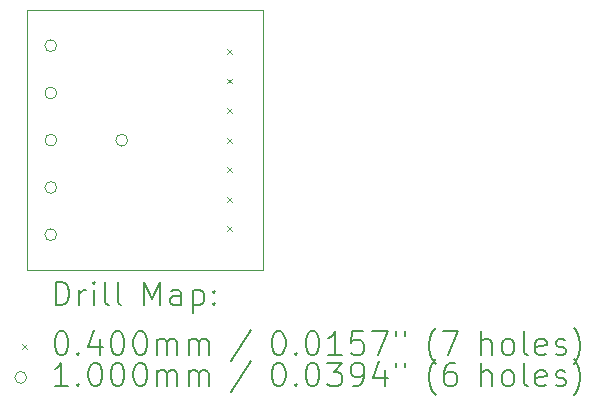
<source format=gbr>
%TF.GenerationSoftware,KiCad,Pcbnew,(7.0.0)*%
%TF.CreationDate,2023-03-10T17:56:16+01:00*%
%TF.ProjectId,CapacitorBox0201,43617061-6369-4746-9f72-426f78303230,rev?*%
%TF.SameCoordinates,Original*%
%TF.FileFunction,Drillmap*%
%TF.FilePolarity,Positive*%
%FSLAX45Y45*%
G04 Gerber Fmt 4.5, Leading zero omitted, Abs format (unit mm)*
G04 Created by KiCad (PCBNEW (7.0.0)) date 2023-03-10 17:56:16*
%MOMM*%
%LPD*%
G01*
G04 APERTURE LIST*
%ADD10C,0.100000*%
%ADD11C,0.200000*%
%ADD12C,0.040000*%
G04 APERTURE END LIST*
D10*
X10100000Y-10000000D02*
X12100000Y-10000000D01*
X12100000Y-10000000D02*
X12100000Y-12200000D01*
X12100000Y-12200000D02*
X10100000Y-12200000D01*
X10100000Y-10000000D02*
X10100000Y-12200000D01*
D11*
D12*
X11790000Y-10330000D02*
X11830000Y-10370000D01*
X11830000Y-10330000D02*
X11790000Y-10370000D01*
X11790000Y-10580000D02*
X11830000Y-10620000D01*
X11830000Y-10580000D02*
X11790000Y-10620000D01*
X11790000Y-10830000D02*
X11830000Y-10870000D01*
X11830000Y-10830000D02*
X11790000Y-10870000D01*
X11790000Y-11080000D02*
X11830000Y-11120000D01*
X11830000Y-11080000D02*
X11790000Y-11120000D01*
X11790000Y-11330000D02*
X11830000Y-11370000D01*
X11830000Y-11330000D02*
X11790000Y-11370000D01*
X11790000Y-11580000D02*
X11830000Y-11620000D01*
X11830000Y-11580000D02*
X11790000Y-11620000D01*
X11790000Y-11830000D02*
X11830000Y-11870000D01*
X11830000Y-11830000D02*
X11790000Y-11870000D01*
D10*
X10350000Y-10300000D02*
G75*
G03*
X10350000Y-10300000I-50000J0D01*
G01*
X10350000Y-10700000D02*
G75*
G03*
X10350000Y-10700000I-50000J0D01*
G01*
X10350000Y-11100000D02*
G75*
G03*
X10350000Y-11100000I-50000J0D01*
G01*
X10350000Y-11500000D02*
G75*
G03*
X10350000Y-11500000I-50000J0D01*
G01*
X10350000Y-11900000D02*
G75*
G03*
X10350000Y-11900000I-50000J0D01*
G01*
X10950000Y-11100000D02*
G75*
G03*
X10950000Y-11100000I-50000J0D01*
G01*
D11*
X10342619Y-12498476D02*
X10342619Y-12298476D01*
X10342619Y-12298476D02*
X10390238Y-12298476D01*
X10390238Y-12298476D02*
X10418810Y-12308000D01*
X10418810Y-12308000D02*
X10437857Y-12327048D01*
X10437857Y-12327048D02*
X10447381Y-12346095D01*
X10447381Y-12346095D02*
X10456905Y-12384190D01*
X10456905Y-12384190D02*
X10456905Y-12412762D01*
X10456905Y-12412762D02*
X10447381Y-12450857D01*
X10447381Y-12450857D02*
X10437857Y-12469905D01*
X10437857Y-12469905D02*
X10418810Y-12488952D01*
X10418810Y-12488952D02*
X10390238Y-12498476D01*
X10390238Y-12498476D02*
X10342619Y-12498476D01*
X10542619Y-12498476D02*
X10542619Y-12365143D01*
X10542619Y-12403238D02*
X10552143Y-12384190D01*
X10552143Y-12384190D02*
X10561667Y-12374667D01*
X10561667Y-12374667D02*
X10580714Y-12365143D01*
X10580714Y-12365143D02*
X10599762Y-12365143D01*
X10666429Y-12498476D02*
X10666429Y-12365143D01*
X10666429Y-12298476D02*
X10656905Y-12308000D01*
X10656905Y-12308000D02*
X10666429Y-12317524D01*
X10666429Y-12317524D02*
X10675952Y-12308000D01*
X10675952Y-12308000D02*
X10666429Y-12298476D01*
X10666429Y-12298476D02*
X10666429Y-12317524D01*
X10790238Y-12498476D02*
X10771190Y-12488952D01*
X10771190Y-12488952D02*
X10761667Y-12469905D01*
X10761667Y-12469905D02*
X10761667Y-12298476D01*
X10895000Y-12498476D02*
X10875952Y-12488952D01*
X10875952Y-12488952D02*
X10866429Y-12469905D01*
X10866429Y-12469905D02*
X10866429Y-12298476D01*
X11091190Y-12498476D02*
X11091190Y-12298476D01*
X11091190Y-12298476D02*
X11157857Y-12441333D01*
X11157857Y-12441333D02*
X11224524Y-12298476D01*
X11224524Y-12298476D02*
X11224524Y-12498476D01*
X11405476Y-12498476D02*
X11405476Y-12393714D01*
X11405476Y-12393714D02*
X11395952Y-12374667D01*
X11395952Y-12374667D02*
X11376905Y-12365143D01*
X11376905Y-12365143D02*
X11338809Y-12365143D01*
X11338809Y-12365143D02*
X11319762Y-12374667D01*
X11405476Y-12488952D02*
X11386428Y-12498476D01*
X11386428Y-12498476D02*
X11338809Y-12498476D01*
X11338809Y-12498476D02*
X11319762Y-12488952D01*
X11319762Y-12488952D02*
X11310238Y-12469905D01*
X11310238Y-12469905D02*
X11310238Y-12450857D01*
X11310238Y-12450857D02*
X11319762Y-12431809D01*
X11319762Y-12431809D02*
X11338809Y-12422286D01*
X11338809Y-12422286D02*
X11386428Y-12422286D01*
X11386428Y-12422286D02*
X11405476Y-12412762D01*
X11500714Y-12365143D02*
X11500714Y-12565143D01*
X11500714Y-12374667D02*
X11519762Y-12365143D01*
X11519762Y-12365143D02*
X11557857Y-12365143D01*
X11557857Y-12365143D02*
X11576905Y-12374667D01*
X11576905Y-12374667D02*
X11586428Y-12384190D01*
X11586428Y-12384190D02*
X11595952Y-12403238D01*
X11595952Y-12403238D02*
X11595952Y-12460381D01*
X11595952Y-12460381D02*
X11586428Y-12479428D01*
X11586428Y-12479428D02*
X11576905Y-12488952D01*
X11576905Y-12488952D02*
X11557857Y-12498476D01*
X11557857Y-12498476D02*
X11519762Y-12498476D01*
X11519762Y-12498476D02*
X11500714Y-12488952D01*
X11681667Y-12479428D02*
X11691190Y-12488952D01*
X11691190Y-12488952D02*
X11681667Y-12498476D01*
X11681667Y-12498476D02*
X11672143Y-12488952D01*
X11672143Y-12488952D02*
X11681667Y-12479428D01*
X11681667Y-12479428D02*
X11681667Y-12498476D01*
X11681667Y-12374667D02*
X11691190Y-12384190D01*
X11691190Y-12384190D02*
X11681667Y-12393714D01*
X11681667Y-12393714D02*
X11672143Y-12384190D01*
X11672143Y-12384190D02*
X11681667Y-12374667D01*
X11681667Y-12374667D02*
X11681667Y-12393714D01*
D12*
X10055000Y-12825000D02*
X10095000Y-12865000D01*
X10095000Y-12825000D02*
X10055000Y-12865000D01*
D11*
X10380714Y-12718476D02*
X10399762Y-12718476D01*
X10399762Y-12718476D02*
X10418810Y-12728000D01*
X10418810Y-12728000D02*
X10428333Y-12737524D01*
X10428333Y-12737524D02*
X10437857Y-12756571D01*
X10437857Y-12756571D02*
X10447381Y-12794667D01*
X10447381Y-12794667D02*
X10447381Y-12842286D01*
X10447381Y-12842286D02*
X10437857Y-12880381D01*
X10437857Y-12880381D02*
X10428333Y-12899428D01*
X10428333Y-12899428D02*
X10418810Y-12908952D01*
X10418810Y-12908952D02*
X10399762Y-12918476D01*
X10399762Y-12918476D02*
X10380714Y-12918476D01*
X10380714Y-12918476D02*
X10361667Y-12908952D01*
X10361667Y-12908952D02*
X10352143Y-12899428D01*
X10352143Y-12899428D02*
X10342619Y-12880381D01*
X10342619Y-12880381D02*
X10333095Y-12842286D01*
X10333095Y-12842286D02*
X10333095Y-12794667D01*
X10333095Y-12794667D02*
X10342619Y-12756571D01*
X10342619Y-12756571D02*
X10352143Y-12737524D01*
X10352143Y-12737524D02*
X10361667Y-12728000D01*
X10361667Y-12728000D02*
X10380714Y-12718476D01*
X10533095Y-12899428D02*
X10542619Y-12908952D01*
X10542619Y-12908952D02*
X10533095Y-12918476D01*
X10533095Y-12918476D02*
X10523571Y-12908952D01*
X10523571Y-12908952D02*
X10533095Y-12899428D01*
X10533095Y-12899428D02*
X10533095Y-12918476D01*
X10714048Y-12785143D02*
X10714048Y-12918476D01*
X10666429Y-12708952D02*
X10618810Y-12851809D01*
X10618810Y-12851809D02*
X10742619Y-12851809D01*
X10856905Y-12718476D02*
X10875952Y-12718476D01*
X10875952Y-12718476D02*
X10895000Y-12728000D01*
X10895000Y-12728000D02*
X10904524Y-12737524D01*
X10904524Y-12737524D02*
X10914048Y-12756571D01*
X10914048Y-12756571D02*
X10923571Y-12794667D01*
X10923571Y-12794667D02*
X10923571Y-12842286D01*
X10923571Y-12842286D02*
X10914048Y-12880381D01*
X10914048Y-12880381D02*
X10904524Y-12899428D01*
X10904524Y-12899428D02*
X10895000Y-12908952D01*
X10895000Y-12908952D02*
X10875952Y-12918476D01*
X10875952Y-12918476D02*
X10856905Y-12918476D01*
X10856905Y-12918476D02*
X10837857Y-12908952D01*
X10837857Y-12908952D02*
X10828333Y-12899428D01*
X10828333Y-12899428D02*
X10818810Y-12880381D01*
X10818810Y-12880381D02*
X10809286Y-12842286D01*
X10809286Y-12842286D02*
X10809286Y-12794667D01*
X10809286Y-12794667D02*
X10818810Y-12756571D01*
X10818810Y-12756571D02*
X10828333Y-12737524D01*
X10828333Y-12737524D02*
X10837857Y-12728000D01*
X10837857Y-12728000D02*
X10856905Y-12718476D01*
X11047381Y-12718476D02*
X11066429Y-12718476D01*
X11066429Y-12718476D02*
X11085476Y-12728000D01*
X11085476Y-12728000D02*
X11095000Y-12737524D01*
X11095000Y-12737524D02*
X11104524Y-12756571D01*
X11104524Y-12756571D02*
X11114048Y-12794667D01*
X11114048Y-12794667D02*
X11114048Y-12842286D01*
X11114048Y-12842286D02*
X11104524Y-12880381D01*
X11104524Y-12880381D02*
X11095000Y-12899428D01*
X11095000Y-12899428D02*
X11085476Y-12908952D01*
X11085476Y-12908952D02*
X11066429Y-12918476D01*
X11066429Y-12918476D02*
X11047381Y-12918476D01*
X11047381Y-12918476D02*
X11028333Y-12908952D01*
X11028333Y-12908952D02*
X11018810Y-12899428D01*
X11018810Y-12899428D02*
X11009286Y-12880381D01*
X11009286Y-12880381D02*
X10999762Y-12842286D01*
X10999762Y-12842286D02*
X10999762Y-12794667D01*
X10999762Y-12794667D02*
X11009286Y-12756571D01*
X11009286Y-12756571D02*
X11018810Y-12737524D01*
X11018810Y-12737524D02*
X11028333Y-12728000D01*
X11028333Y-12728000D02*
X11047381Y-12718476D01*
X11199762Y-12918476D02*
X11199762Y-12785143D01*
X11199762Y-12804190D02*
X11209286Y-12794667D01*
X11209286Y-12794667D02*
X11228333Y-12785143D01*
X11228333Y-12785143D02*
X11256905Y-12785143D01*
X11256905Y-12785143D02*
X11275952Y-12794667D01*
X11275952Y-12794667D02*
X11285476Y-12813714D01*
X11285476Y-12813714D02*
X11285476Y-12918476D01*
X11285476Y-12813714D02*
X11295000Y-12794667D01*
X11295000Y-12794667D02*
X11314048Y-12785143D01*
X11314048Y-12785143D02*
X11342619Y-12785143D01*
X11342619Y-12785143D02*
X11361667Y-12794667D01*
X11361667Y-12794667D02*
X11371190Y-12813714D01*
X11371190Y-12813714D02*
X11371190Y-12918476D01*
X11466429Y-12918476D02*
X11466429Y-12785143D01*
X11466429Y-12804190D02*
X11475952Y-12794667D01*
X11475952Y-12794667D02*
X11495000Y-12785143D01*
X11495000Y-12785143D02*
X11523571Y-12785143D01*
X11523571Y-12785143D02*
X11542619Y-12794667D01*
X11542619Y-12794667D02*
X11552143Y-12813714D01*
X11552143Y-12813714D02*
X11552143Y-12918476D01*
X11552143Y-12813714D02*
X11561667Y-12794667D01*
X11561667Y-12794667D02*
X11580714Y-12785143D01*
X11580714Y-12785143D02*
X11609286Y-12785143D01*
X11609286Y-12785143D02*
X11628333Y-12794667D01*
X11628333Y-12794667D02*
X11637857Y-12813714D01*
X11637857Y-12813714D02*
X11637857Y-12918476D01*
X11995952Y-12708952D02*
X11824524Y-12966095D01*
X12220714Y-12718476D02*
X12239762Y-12718476D01*
X12239762Y-12718476D02*
X12258810Y-12728000D01*
X12258810Y-12728000D02*
X12268333Y-12737524D01*
X12268333Y-12737524D02*
X12277857Y-12756571D01*
X12277857Y-12756571D02*
X12287381Y-12794667D01*
X12287381Y-12794667D02*
X12287381Y-12842286D01*
X12287381Y-12842286D02*
X12277857Y-12880381D01*
X12277857Y-12880381D02*
X12268333Y-12899428D01*
X12268333Y-12899428D02*
X12258810Y-12908952D01*
X12258810Y-12908952D02*
X12239762Y-12918476D01*
X12239762Y-12918476D02*
X12220714Y-12918476D01*
X12220714Y-12918476D02*
X12201667Y-12908952D01*
X12201667Y-12908952D02*
X12192143Y-12899428D01*
X12192143Y-12899428D02*
X12182619Y-12880381D01*
X12182619Y-12880381D02*
X12173095Y-12842286D01*
X12173095Y-12842286D02*
X12173095Y-12794667D01*
X12173095Y-12794667D02*
X12182619Y-12756571D01*
X12182619Y-12756571D02*
X12192143Y-12737524D01*
X12192143Y-12737524D02*
X12201667Y-12728000D01*
X12201667Y-12728000D02*
X12220714Y-12718476D01*
X12373095Y-12899428D02*
X12382619Y-12908952D01*
X12382619Y-12908952D02*
X12373095Y-12918476D01*
X12373095Y-12918476D02*
X12363571Y-12908952D01*
X12363571Y-12908952D02*
X12373095Y-12899428D01*
X12373095Y-12899428D02*
X12373095Y-12918476D01*
X12506429Y-12718476D02*
X12525476Y-12718476D01*
X12525476Y-12718476D02*
X12544524Y-12728000D01*
X12544524Y-12728000D02*
X12554048Y-12737524D01*
X12554048Y-12737524D02*
X12563571Y-12756571D01*
X12563571Y-12756571D02*
X12573095Y-12794667D01*
X12573095Y-12794667D02*
X12573095Y-12842286D01*
X12573095Y-12842286D02*
X12563571Y-12880381D01*
X12563571Y-12880381D02*
X12554048Y-12899428D01*
X12554048Y-12899428D02*
X12544524Y-12908952D01*
X12544524Y-12908952D02*
X12525476Y-12918476D01*
X12525476Y-12918476D02*
X12506429Y-12918476D01*
X12506429Y-12918476D02*
X12487381Y-12908952D01*
X12487381Y-12908952D02*
X12477857Y-12899428D01*
X12477857Y-12899428D02*
X12468333Y-12880381D01*
X12468333Y-12880381D02*
X12458810Y-12842286D01*
X12458810Y-12842286D02*
X12458810Y-12794667D01*
X12458810Y-12794667D02*
X12468333Y-12756571D01*
X12468333Y-12756571D02*
X12477857Y-12737524D01*
X12477857Y-12737524D02*
X12487381Y-12728000D01*
X12487381Y-12728000D02*
X12506429Y-12718476D01*
X12763571Y-12918476D02*
X12649286Y-12918476D01*
X12706429Y-12918476D02*
X12706429Y-12718476D01*
X12706429Y-12718476D02*
X12687381Y-12747048D01*
X12687381Y-12747048D02*
X12668333Y-12766095D01*
X12668333Y-12766095D02*
X12649286Y-12775619D01*
X12944524Y-12718476D02*
X12849286Y-12718476D01*
X12849286Y-12718476D02*
X12839762Y-12813714D01*
X12839762Y-12813714D02*
X12849286Y-12804190D01*
X12849286Y-12804190D02*
X12868333Y-12794667D01*
X12868333Y-12794667D02*
X12915952Y-12794667D01*
X12915952Y-12794667D02*
X12935000Y-12804190D01*
X12935000Y-12804190D02*
X12944524Y-12813714D01*
X12944524Y-12813714D02*
X12954048Y-12832762D01*
X12954048Y-12832762D02*
X12954048Y-12880381D01*
X12954048Y-12880381D02*
X12944524Y-12899428D01*
X12944524Y-12899428D02*
X12935000Y-12908952D01*
X12935000Y-12908952D02*
X12915952Y-12918476D01*
X12915952Y-12918476D02*
X12868333Y-12918476D01*
X12868333Y-12918476D02*
X12849286Y-12908952D01*
X12849286Y-12908952D02*
X12839762Y-12899428D01*
X13020714Y-12718476D02*
X13154048Y-12718476D01*
X13154048Y-12718476D02*
X13068333Y-12918476D01*
X13220714Y-12718476D02*
X13220714Y-12756571D01*
X13296905Y-12718476D02*
X13296905Y-12756571D01*
X13559762Y-12994667D02*
X13550238Y-12985143D01*
X13550238Y-12985143D02*
X13531191Y-12956571D01*
X13531191Y-12956571D02*
X13521667Y-12937524D01*
X13521667Y-12937524D02*
X13512143Y-12908952D01*
X13512143Y-12908952D02*
X13502619Y-12861333D01*
X13502619Y-12861333D02*
X13502619Y-12823238D01*
X13502619Y-12823238D02*
X13512143Y-12775619D01*
X13512143Y-12775619D02*
X13521667Y-12747048D01*
X13521667Y-12747048D02*
X13531191Y-12728000D01*
X13531191Y-12728000D02*
X13550238Y-12699428D01*
X13550238Y-12699428D02*
X13559762Y-12689905D01*
X13616905Y-12718476D02*
X13750238Y-12718476D01*
X13750238Y-12718476D02*
X13664524Y-12918476D01*
X13946429Y-12918476D02*
X13946429Y-12718476D01*
X14032143Y-12918476D02*
X14032143Y-12813714D01*
X14032143Y-12813714D02*
X14022619Y-12794667D01*
X14022619Y-12794667D02*
X14003572Y-12785143D01*
X14003572Y-12785143D02*
X13975000Y-12785143D01*
X13975000Y-12785143D02*
X13955952Y-12794667D01*
X13955952Y-12794667D02*
X13946429Y-12804190D01*
X14155952Y-12918476D02*
X14136905Y-12908952D01*
X14136905Y-12908952D02*
X14127381Y-12899428D01*
X14127381Y-12899428D02*
X14117857Y-12880381D01*
X14117857Y-12880381D02*
X14117857Y-12823238D01*
X14117857Y-12823238D02*
X14127381Y-12804190D01*
X14127381Y-12804190D02*
X14136905Y-12794667D01*
X14136905Y-12794667D02*
X14155952Y-12785143D01*
X14155952Y-12785143D02*
X14184524Y-12785143D01*
X14184524Y-12785143D02*
X14203572Y-12794667D01*
X14203572Y-12794667D02*
X14213095Y-12804190D01*
X14213095Y-12804190D02*
X14222619Y-12823238D01*
X14222619Y-12823238D02*
X14222619Y-12880381D01*
X14222619Y-12880381D02*
X14213095Y-12899428D01*
X14213095Y-12899428D02*
X14203572Y-12908952D01*
X14203572Y-12908952D02*
X14184524Y-12918476D01*
X14184524Y-12918476D02*
X14155952Y-12918476D01*
X14336905Y-12918476D02*
X14317857Y-12908952D01*
X14317857Y-12908952D02*
X14308333Y-12889905D01*
X14308333Y-12889905D02*
X14308333Y-12718476D01*
X14489286Y-12908952D02*
X14470238Y-12918476D01*
X14470238Y-12918476D02*
X14432143Y-12918476D01*
X14432143Y-12918476D02*
X14413095Y-12908952D01*
X14413095Y-12908952D02*
X14403572Y-12889905D01*
X14403572Y-12889905D02*
X14403572Y-12813714D01*
X14403572Y-12813714D02*
X14413095Y-12794667D01*
X14413095Y-12794667D02*
X14432143Y-12785143D01*
X14432143Y-12785143D02*
X14470238Y-12785143D01*
X14470238Y-12785143D02*
X14489286Y-12794667D01*
X14489286Y-12794667D02*
X14498810Y-12813714D01*
X14498810Y-12813714D02*
X14498810Y-12832762D01*
X14498810Y-12832762D02*
X14403572Y-12851809D01*
X14575000Y-12908952D02*
X14594048Y-12918476D01*
X14594048Y-12918476D02*
X14632143Y-12918476D01*
X14632143Y-12918476D02*
X14651191Y-12908952D01*
X14651191Y-12908952D02*
X14660714Y-12889905D01*
X14660714Y-12889905D02*
X14660714Y-12880381D01*
X14660714Y-12880381D02*
X14651191Y-12861333D01*
X14651191Y-12861333D02*
X14632143Y-12851809D01*
X14632143Y-12851809D02*
X14603572Y-12851809D01*
X14603572Y-12851809D02*
X14584524Y-12842286D01*
X14584524Y-12842286D02*
X14575000Y-12823238D01*
X14575000Y-12823238D02*
X14575000Y-12813714D01*
X14575000Y-12813714D02*
X14584524Y-12794667D01*
X14584524Y-12794667D02*
X14603572Y-12785143D01*
X14603572Y-12785143D02*
X14632143Y-12785143D01*
X14632143Y-12785143D02*
X14651191Y-12794667D01*
X14727381Y-12994667D02*
X14736905Y-12985143D01*
X14736905Y-12985143D02*
X14755953Y-12956571D01*
X14755953Y-12956571D02*
X14765476Y-12937524D01*
X14765476Y-12937524D02*
X14775000Y-12908952D01*
X14775000Y-12908952D02*
X14784524Y-12861333D01*
X14784524Y-12861333D02*
X14784524Y-12823238D01*
X14784524Y-12823238D02*
X14775000Y-12775619D01*
X14775000Y-12775619D02*
X14765476Y-12747048D01*
X14765476Y-12747048D02*
X14755953Y-12728000D01*
X14755953Y-12728000D02*
X14736905Y-12699428D01*
X14736905Y-12699428D02*
X14727381Y-12689905D01*
D10*
X10095000Y-13109000D02*
G75*
G03*
X10095000Y-13109000I-50000J0D01*
G01*
D11*
X10447381Y-13182476D02*
X10333095Y-13182476D01*
X10390238Y-13182476D02*
X10390238Y-12982476D01*
X10390238Y-12982476D02*
X10371190Y-13011048D01*
X10371190Y-13011048D02*
X10352143Y-13030095D01*
X10352143Y-13030095D02*
X10333095Y-13039619D01*
X10533095Y-13163428D02*
X10542619Y-13172952D01*
X10542619Y-13172952D02*
X10533095Y-13182476D01*
X10533095Y-13182476D02*
X10523571Y-13172952D01*
X10523571Y-13172952D02*
X10533095Y-13163428D01*
X10533095Y-13163428D02*
X10533095Y-13182476D01*
X10666429Y-12982476D02*
X10685476Y-12982476D01*
X10685476Y-12982476D02*
X10704524Y-12992000D01*
X10704524Y-12992000D02*
X10714048Y-13001524D01*
X10714048Y-13001524D02*
X10723571Y-13020571D01*
X10723571Y-13020571D02*
X10733095Y-13058667D01*
X10733095Y-13058667D02*
X10733095Y-13106286D01*
X10733095Y-13106286D02*
X10723571Y-13144381D01*
X10723571Y-13144381D02*
X10714048Y-13163428D01*
X10714048Y-13163428D02*
X10704524Y-13172952D01*
X10704524Y-13172952D02*
X10685476Y-13182476D01*
X10685476Y-13182476D02*
X10666429Y-13182476D01*
X10666429Y-13182476D02*
X10647381Y-13172952D01*
X10647381Y-13172952D02*
X10637857Y-13163428D01*
X10637857Y-13163428D02*
X10628333Y-13144381D01*
X10628333Y-13144381D02*
X10618810Y-13106286D01*
X10618810Y-13106286D02*
X10618810Y-13058667D01*
X10618810Y-13058667D02*
X10628333Y-13020571D01*
X10628333Y-13020571D02*
X10637857Y-13001524D01*
X10637857Y-13001524D02*
X10647381Y-12992000D01*
X10647381Y-12992000D02*
X10666429Y-12982476D01*
X10856905Y-12982476D02*
X10875952Y-12982476D01*
X10875952Y-12982476D02*
X10895000Y-12992000D01*
X10895000Y-12992000D02*
X10904524Y-13001524D01*
X10904524Y-13001524D02*
X10914048Y-13020571D01*
X10914048Y-13020571D02*
X10923571Y-13058667D01*
X10923571Y-13058667D02*
X10923571Y-13106286D01*
X10923571Y-13106286D02*
X10914048Y-13144381D01*
X10914048Y-13144381D02*
X10904524Y-13163428D01*
X10904524Y-13163428D02*
X10895000Y-13172952D01*
X10895000Y-13172952D02*
X10875952Y-13182476D01*
X10875952Y-13182476D02*
X10856905Y-13182476D01*
X10856905Y-13182476D02*
X10837857Y-13172952D01*
X10837857Y-13172952D02*
X10828333Y-13163428D01*
X10828333Y-13163428D02*
X10818810Y-13144381D01*
X10818810Y-13144381D02*
X10809286Y-13106286D01*
X10809286Y-13106286D02*
X10809286Y-13058667D01*
X10809286Y-13058667D02*
X10818810Y-13020571D01*
X10818810Y-13020571D02*
X10828333Y-13001524D01*
X10828333Y-13001524D02*
X10837857Y-12992000D01*
X10837857Y-12992000D02*
X10856905Y-12982476D01*
X11047381Y-12982476D02*
X11066429Y-12982476D01*
X11066429Y-12982476D02*
X11085476Y-12992000D01*
X11085476Y-12992000D02*
X11095000Y-13001524D01*
X11095000Y-13001524D02*
X11104524Y-13020571D01*
X11104524Y-13020571D02*
X11114048Y-13058667D01*
X11114048Y-13058667D02*
X11114048Y-13106286D01*
X11114048Y-13106286D02*
X11104524Y-13144381D01*
X11104524Y-13144381D02*
X11095000Y-13163428D01*
X11095000Y-13163428D02*
X11085476Y-13172952D01*
X11085476Y-13172952D02*
X11066429Y-13182476D01*
X11066429Y-13182476D02*
X11047381Y-13182476D01*
X11047381Y-13182476D02*
X11028333Y-13172952D01*
X11028333Y-13172952D02*
X11018810Y-13163428D01*
X11018810Y-13163428D02*
X11009286Y-13144381D01*
X11009286Y-13144381D02*
X10999762Y-13106286D01*
X10999762Y-13106286D02*
X10999762Y-13058667D01*
X10999762Y-13058667D02*
X11009286Y-13020571D01*
X11009286Y-13020571D02*
X11018810Y-13001524D01*
X11018810Y-13001524D02*
X11028333Y-12992000D01*
X11028333Y-12992000D02*
X11047381Y-12982476D01*
X11199762Y-13182476D02*
X11199762Y-13049143D01*
X11199762Y-13068190D02*
X11209286Y-13058667D01*
X11209286Y-13058667D02*
X11228333Y-13049143D01*
X11228333Y-13049143D02*
X11256905Y-13049143D01*
X11256905Y-13049143D02*
X11275952Y-13058667D01*
X11275952Y-13058667D02*
X11285476Y-13077714D01*
X11285476Y-13077714D02*
X11285476Y-13182476D01*
X11285476Y-13077714D02*
X11295000Y-13058667D01*
X11295000Y-13058667D02*
X11314048Y-13049143D01*
X11314048Y-13049143D02*
X11342619Y-13049143D01*
X11342619Y-13049143D02*
X11361667Y-13058667D01*
X11361667Y-13058667D02*
X11371190Y-13077714D01*
X11371190Y-13077714D02*
X11371190Y-13182476D01*
X11466429Y-13182476D02*
X11466429Y-13049143D01*
X11466429Y-13068190D02*
X11475952Y-13058667D01*
X11475952Y-13058667D02*
X11495000Y-13049143D01*
X11495000Y-13049143D02*
X11523571Y-13049143D01*
X11523571Y-13049143D02*
X11542619Y-13058667D01*
X11542619Y-13058667D02*
X11552143Y-13077714D01*
X11552143Y-13077714D02*
X11552143Y-13182476D01*
X11552143Y-13077714D02*
X11561667Y-13058667D01*
X11561667Y-13058667D02*
X11580714Y-13049143D01*
X11580714Y-13049143D02*
X11609286Y-13049143D01*
X11609286Y-13049143D02*
X11628333Y-13058667D01*
X11628333Y-13058667D02*
X11637857Y-13077714D01*
X11637857Y-13077714D02*
X11637857Y-13182476D01*
X11995952Y-12972952D02*
X11824524Y-13230095D01*
X12220714Y-12982476D02*
X12239762Y-12982476D01*
X12239762Y-12982476D02*
X12258810Y-12992000D01*
X12258810Y-12992000D02*
X12268333Y-13001524D01*
X12268333Y-13001524D02*
X12277857Y-13020571D01*
X12277857Y-13020571D02*
X12287381Y-13058667D01*
X12287381Y-13058667D02*
X12287381Y-13106286D01*
X12287381Y-13106286D02*
X12277857Y-13144381D01*
X12277857Y-13144381D02*
X12268333Y-13163428D01*
X12268333Y-13163428D02*
X12258810Y-13172952D01*
X12258810Y-13172952D02*
X12239762Y-13182476D01*
X12239762Y-13182476D02*
X12220714Y-13182476D01*
X12220714Y-13182476D02*
X12201667Y-13172952D01*
X12201667Y-13172952D02*
X12192143Y-13163428D01*
X12192143Y-13163428D02*
X12182619Y-13144381D01*
X12182619Y-13144381D02*
X12173095Y-13106286D01*
X12173095Y-13106286D02*
X12173095Y-13058667D01*
X12173095Y-13058667D02*
X12182619Y-13020571D01*
X12182619Y-13020571D02*
X12192143Y-13001524D01*
X12192143Y-13001524D02*
X12201667Y-12992000D01*
X12201667Y-12992000D02*
X12220714Y-12982476D01*
X12373095Y-13163428D02*
X12382619Y-13172952D01*
X12382619Y-13172952D02*
X12373095Y-13182476D01*
X12373095Y-13182476D02*
X12363571Y-13172952D01*
X12363571Y-13172952D02*
X12373095Y-13163428D01*
X12373095Y-13163428D02*
X12373095Y-13182476D01*
X12506429Y-12982476D02*
X12525476Y-12982476D01*
X12525476Y-12982476D02*
X12544524Y-12992000D01*
X12544524Y-12992000D02*
X12554048Y-13001524D01*
X12554048Y-13001524D02*
X12563571Y-13020571D01*
X12563571Y-13020571D02*
X12573095Y-13058667D01*
X12573095Y-13058667D02*
X12573095Y-13106286D01*
X12573095Y-13106286D02*
X12563571Y-13144381D01*
X12563571Y-13144381D02*
X12554048Y-13163428D01*
X12554048Y-13163428D02*
X12544524Y-13172952D01*
X12544524Y-13172952D02*
X12525476Y-13182476D01*
X12525476Y-13182476D02*
X12506429Y-13182476D01*
X12506429Y-13182476D02*
X12487381Y-13172952D01*
X12487381Y-13172952D02*
X12477857Y-13163428D01*
X12477857Y-13163428D02*
X12468333Y-13144381D01*
X12468333Y-13144381D02*
X12458810Y-13106286D01*
X12458810Y-13106286D02*
X12458810Y-13058667D01*
X12458810Y-13058667D02*
X12468333Y-13020571D01*
X12468333Y-13020571D02*
X12477857Y-13001524D01*
X12477857Y-13001524D02*
X12487381Y-12992000D01*
X12487381Y-12992000D02*
X12506429Y-12982476D01*
X12639762Y-12982476D02*
X12763571Y-12982476D01*
X12763571Y-12982476D02*
X12696905Y-13058667D01*
X12696905Y-13058667D02*
X12725476Y-13058667D01*
X12725476Y-13058667D02*
X12744524Y-13068190D01*
X12744524Y-13068190D02*
X12754048Y-13077714D01*
X12754048Y-13077714D02*
X12763571Y-13096762D01*
X12763571Y-13096762D02*
X12763571Y-13144381D01*
X12763571Y-13144381D02*
X12754048Y-13163428D01*
X12754048Y-13163428D02*
X12744524Y-13172952D01*
X12744524Y-13172952D02*
X12725476Y-13182476D01*
X12725476Y-13182476D02*
X12668333Y-13182476D01*
X12668333Y-13182476D02*
X12649286Y-13172952D01*
X12649286Y-13172952D02*
X12639762Y-13163428D01*
X12858810Y-13182476D02*
X12896905Y-13182476D01*
X12896905Y-13182476D02*
X12915952Y-13172952D01*
X12915952Y-13172952D02*
X12925476Y-13163428D01*
X12925476Y-13163428D02*
X12944524Y-13134857D01*
X12944524Y-13134857D02*
X12954048Y-13096762D01*
X12954048Y-13096762D02*
X12954048Y-13020571D01*
X12954048Y-13020571D02*
X12944524Y-13001524D01*
X12944524Y-13001524D02*
X12935000Y-12992000D01*
X12935000Y-12992000D02*
X12915952Y-12982476D01*
X12915952Y-12982476D02*
X12877857Y-12982476D01*
X12877857Y-12982476D02*
X12858810Y-12992000D01*
X12858810Y-12992000D02*
X12849286Y-13001524D01*
X12849286Y-13001524D02*
X12839762Y-13020571D01*
X12839762Y-13020571D02*
X12839762Y-13068190D01*
X12839762Y-13068190D02*
X12849286Y-13087238D01*
X12849286Y-13087238D02*
X12858810Y-13096762D01*
X12858810Y-13096762D02*
X12877857Y-13106286D01*
X12877857Y-13106286D02*
X12915952Y-13106286D01*
X12915952Y-13106286D02*
X12935000Y-13096762D01*
X12935000Y-13096762D02*
X12944524Y-13087238D01*
X12944524Y-13087238D02*
X12954048Y-13068190D01*
X13125476Y-13049143D02*
X13125476Y-13182476D01*
X13077857Y-12972952D02*
X13030238Y-13115809D01*
X13030238Y-13115809D02*
X13154048Y-13115809D01*
X13220714Y-12982476D02*
X13220714Y-13020571D01*
X13296905Y-12982476D02*
X13296905Y-13020571D01*
X13559762Y-13258667D02*
X13550238Y-13249143D01*
X13550238Y-13249143D02*
X13531191Y-13220571D01*
X13531191Y-13220571D02*
X13521667Y-13201524D01*
X13521667Y-13201524D02*
X13512143Y-13172952D01*
X13512143Y-13172952D02*
X13502619Y-13125333D01*
X13502619Y-13125333D02*
X13502619Y-13087238D01*
X13502619Y-13087238D02*
X13512143Y-13039619D01*
X13512143Y-13039619D02*
X13521667Y-13011048D01*
X13521667Y-13011048D02*
X13531191Y-12992000D01*
X13531191Y-12992000D02*
X13550238Y-12963428D01*
X13550238Y-12963428D02*
X13559762Y-12953905D01*
X13721667Y-12982476D02*
X13683571Y-12982476D01*
X13683571Y-12982476D02*
X13664524Y-12992000D01*
X13664524Y-12992000D02*
X13655000Y-13001524D01*
X13655000Y-13001524D02*
X13635952Y-13030095D01*
X13635952Y-13030095D02*
X13626429Y-13068190D01*
X13626429Y-13068190D02*
X13626429Y-13144381D01*
X13626429Y-13144381D02*
X13635952Y-13163428D01*
X13635952Y-13163428D02*
X13645476Y-13172952D01*
X13645476Y-13172952D02*
X13664524Y-13182476D01*
X13664524Y-13182476D02*
X13702619Y-13182476D01*
X13702619Y-13182476D02*
X13721667Y-13172952D01*
X13721667Y-13172952D02*
X13731191Y-13163428D01*
X13731191Y-13163428D02*
X13740714Y-13144381D01*
X13740714Y-13144381D02*
X13740714Y-13096762D01*
X13740714Y-13096762D02*
X13731191Y-13077714D01*
X13731191Y-13077714D02*
X13721667Y-13068190D01*
X13721667Y-13068190D02*
X13702619Y-13058667D01*
X13702619Y-13058667D02*
X13664524Y-13058667D01*
X13664524Y-13058667D02*
X13645476Y-13068190D01*
X13645476Y-13068190D02*
X13635952Y-13077714D01*
X13635952Y-13077714D02*
X13626429Y-13096762D01*
X13946429Y-13182476D02*
X13946429Y-12982476D01*
X14032143Y-13182476D02*
X14032143Y-13077714D01*
X14032143Y-13077714D02*
X14022619Y-13058667D01*
X14022619Y-13058667D02*
X14003572Y-13049143D01*
X14003572Y-13049143D02*
X13975000Y-13049143D01*
X13975000Y-13049143D02*
X13955952Y-13058667D01*
X13955952Y-13058667D02*
X13946429Y-13068190D01*
X14155952Y-13182476D02*
X14136905Y-13172952D01*
X14136905Y-13172952D02*
X14127381Y-13163428D01*
X14127381Y-13163428D02*
X14117857Y-13144381D01*
X14117857Y-13144381D02*
X14117857Y-13087238D01*
X14117857Y-13087238D02*
X14127381Y-13068190D01*
X14127381Y-13068190D02*
X14136905Y-13058667D01*
X14136905Y-13058667D02*
X14155952Y-13049143D01*
X14155952Y-13049143D02*
X14184524Y-13049143D01*
X14184524Y-13049143D02*
X14203572Y-13058667D01*
X14203572Y-13058667D02*
X14213095Y-13068190D01*
X14213095Y-13068190D02*
X14222619Y-13087238D01*
X14222619Y-13087238D02*
X14222619Y-13144381D01*
X14222619Y-13144381D02*
X14213095Y-13163428D01*
X14213095Y-13163428D02*
X14203572Y-13172952D01*
X14203572Y-13172952D02*
X14184524Y-13182476D01*
X14184524Y-13182476D02*
X14155952Y-13182476D01*
X14336905Y-13182476D02*
X14317857Y-13172952D01*
X14317857Y-13172952D02*
X14308333Y-13153905D01*
X14308333Y-13153905D02*
X14308333Y-12982476D01*
X14489286Y-13172952D02*
X14470238Y-13182476D01*
X14470238Y-13182476D02*
X14432143Y-13182476D01*
X14432143Y-13182476D02*
X14413095Y-13172952D01*
X14413095Y-13172952D02*
X14403572Y-13153905D01*
X14403572Y-13153905D02*
X14403572Y-13077714D01*
X14403572Y-13077714D02*
X14413095Y-13058667D01*
X14413095Y-13058667D02*
X14432143Y-13049143D01*
X14432143Y-13049143D02*
X14470238Y-13049143D01*
X14470238Y-13049143D02*
X14489286Y-13058667D01*
X14489286Y-13058667D02*
X14498810Y-13077714D01*
X14498810Y-13077714D02*
X14498810Y-13096762D01*
X14498810Y-13096762D02*
X14403572Y-13115809D01*
X14575000Y-13172952D02*
X14594048Y-13182476D01*
X14594048Y-13182476D02*
X14632143Y-13182476D01*
X14632143Y-13182476D02*
X14651191Y-13172952D01*
X14651191Y-13172952D02*
X14660714Y-13153905D01*
X14660714Y-13153905D02*
X14660714Y-13144381D01*
X14660714Y-13144381D02*
X14651191Y-13125333D01*
X14651191Y-13125333D02*
X14632143Y-13115809D01*
X14632143Y-13115809D02*
X14603572Y-13115809D01*
X14603572Y-13115809D02*
X14584524Y-13106286D01*
X14584524Y-13106286D02*
X14575000Y-13087238D01*
X14575000Y-13087238D02*
X14575000Y-13077714D01*
X14575000Y-13077714D02*
X14584524Y-13058667D01*
X14584524Y-13058667D02*
X14603572Y-13049143D01*
X14603572Y-13049143D02*
X14632143Y-13049143D01*
X14632143Y-13049143D02*
X14651191Y-13058667D01*
X14727381Y-13258667D02*
X14736905Y-13249143D01*
X14736905Y-13249143D02*
X14755953Y-13220571D01*
X14755953Y-13220571D02*
X14765476Y-13201524D01*
X14765476Y-13201524D02*
X14775000Y-13172952D01*
X14775000Y-13172952D02*
X14784524Y-13125333D01*
X14784524Y-13125333D02*
X14784524Y-13087238D01*
X14784524Y-13087238D02*
X14775000Y-13039619D01*
X14775000Y-13039619D02*
X14765476Y-13011048D01*
X14765476Y-13011048D02*
X14755953Y-12992000D01*
X14755953Y-12992000D02*
X14736905Y-12963428D01*
X14736905Y-12963428D02*
X14727381Y-12953905D01*
M02*

</source>
